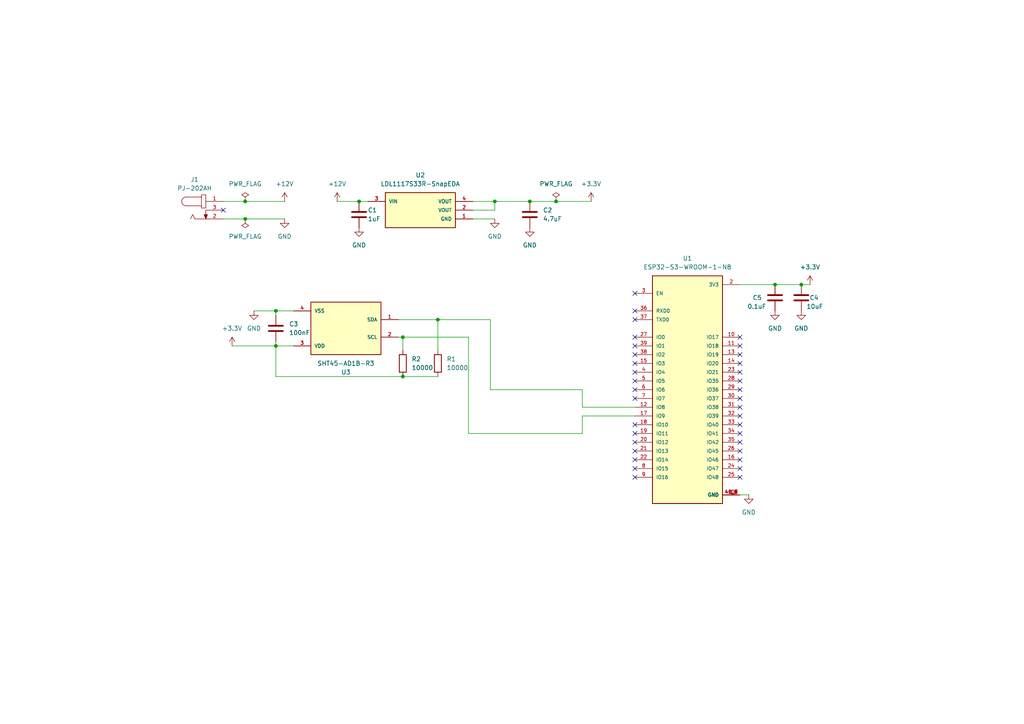
<source format=kicad_sch>
(kicad_sch (version 20230121) (generator eeschema)
  (paper "A4")
  (lib_symbols
    (symbol "Device:C" (pin_numbers hide) (pin_names (offset 0.254))
      (property "Reference" "C" (at 0.635 2.54 0))
      (property "Value" "C" (at 0.635 -2.54 0))
      (symbol "C_0_1"
        (polyline (pts (xy -2.032 -0.762) (xy 2.032 -0.762)) (stroke (width 0.508)))
        (polyline (pts (xy -2.032 0.762) (xy 2.032 0.762)) (stroke (width 0.508)))
      )
      (symbol "C_1_1"
        (pin passive line (at 0 3.81 270) (length 2.794) (name "~") (number "1"))
        (pin passive line (at 0 -3.81 90) (length 2.794) (name "~") (number "2"))
      )
    )
    (symbol "Device:R" (pin_numbers hide) (pin_names (offset 0))
      (property "Reference" "R" (at 2.032 0 90))
      (property "Value" "R" (at 0 0 90))
      (symbol "R_0_1"
        (rectangle (start -1.016 -2.54) (end 1.016 2.54) (stroke (width 0.254)))
      )
      (symbol "R_1_1"
        (pin passive line (at 0 3.81 270) (length 1.27) (name "~") (number "1"))
        (pin passive line (at 0 -3.81 90) (length 1.27) (name "~") (number "2"))
      )
    )
    (symbol "ECE445:ESP32-S3-WROOM-1-N8" (pin_names (offset 1.016))
      (property "Reference" "U" (at -10.16 31.5722 0))
      (property "Value" "ESP32-S3-WROOM-1-N8" (at -10.16 -38.1 0))
      (symbol "ESP32-S3-WROOM-1-N8_0_0"
        (rectangle (start -10.16 30.48) (end 10.16 -35.56) (stroke (width 0.254)) (fill (type background)))
        (pin power_in line (at 15.24 -33.02 180) (length 5.08) (name "GND") (number "1"))
        (pin bidirectional line (at 15.24 12.7 180) (length 5.08) (name "IO17") (number "10"))
        (pin bidirectional line (at 15.24 10.16 180) (length 5.08) (name "IO18") (number "11"))
        (pin bidirectional line (at -15.24 -7.62 0) (length 5.08) (name "IO8") (number "12"))
        (pin bidirectional line (at 15.24 7.62 180) (length 5.08) (name "IO19") (number "13"))
        (pin bidirectional line (at 15.24 5.08 180) (length 5.08) (name "IO20") (number "14"))
        (pin bidirectional line (at -15.24 5.08 0) (length 5.08) (name "IO3") (number "15"))
        (pin bidirectional line (at 15.24 -22.86 180) (length 5.08) (name "IO46") (number "16"))
        (pin bidirectional line (at -15.24 -10.16 0) (length 5.08) (name "IO9") (number "17"))
        (pin bidirectional line (at -15.24 -12.7 0) (length 5.08) (name "IO10") (number "18"))
        (pin bidirectional line (at -15.24 -15.24 0) (length 5.08) (name "IO11") (number "19"))
        (pin power_in line (at 15.24 27.94 180) (length 5.08) (name "3V3") (number "2"))
        (pin bidirectional line (at -15.24 -17.78 0) (length 5.08) (name "IO12") (number "20"))
        (pin bidirectional line (at -15.24 -20.32 0) (length 5.08) (name "IO13") (number "21"))
        (pin bidirectional line (at -15.24 -22.86 0) (length 5.08) (name "IO14") (number "22"))
        (pin bidirectional line (at 15.24 2.54 180) (length 5.08) (name "IO21") (number "23"))
        (pin bidirectional line (at 15.24 -25.4 180) (length 5.08) (name "IO47") (number "24"))
        (pin bidirectional line (at 15.24 -27.94 180) (length 5.08) (name "IO48") (number "25"))
        (pin bidirectional line (at 15.24 -20.32 180) (length 5.08) (name "IO45") (number "26"))
        (pin bidirectional line (at -15.24 12.7 0) (length 5.08) (name "IO0") (number "27"))
        (pin bidirectional line (at 15.24 0 180) (length 5.08) (name "IO35") (number "28"))
        (pin bidirectional line (at 15.24 -2.54 180) (length 5.08) (name "IO36") (number "29"))
        (pin input line (at -15.24 25.4 0) (length 5.08) (name "EN") (number "3"))
        (pin bidirectional line (at 15.24 -5.08 180) (length 5.08) (name "IO37") (number "30"))
        (pin bidirectional line (at 15.24 -7.62 180) (length 5.08) (name "IO38") (number "31"))
        (pin bidirectional line (at 15.24 -10.16 180) (length 5.08) (name "IO39") (number "32"))
        (pin bidirectional line (at 15.24 -12.7 180) (length 5.08) (name "IO40") (number "33"))
        (pin bidirectional line (at 15.24 -15.24 180) (length 5.08) (name "IO41") (number "34"))
        (pin bidirectional line (at 15.24 -17.78 180) (length 5.08) (name "IO42") (number "35"))
        (pin bidirectional line (at -15.24 20.32 0) (length 5.08) (name "RXD0") (number "36"))
        (pin bidirectional line (at -15.24 17.78 0) (length 5.08) (name "TXD0") (number "37"))
        (pin bidirectional line (at -15.24 7.62 0) (length 5.08) (name "IO2") (number "38"))
        (pin bidirectional line (at -15.24 10.16 0) (length 5.08) (name "IO1") (number "39"))
        (pin bidirectional line (at -15.24 2.54 0) (length 5.08) (name "IO4") (number "4"))
        (pin power_in line (at 15.24 -33.02 180) (length 5.08) (name "GND") (number "40"))
        (pin power_in line (at 15.24 -33.02 180) (length 5.08) (name "GND") (number "41_1"))
        (pin power_in line (at 15.24 -33.02 180) (length 5.08) (name "GND") (number "41_2"))
        (pin power_in line (at 15.24 -33.02 180) (length 5.08) (name "GND") (number "41_3"))
        (pin power_in line (at 15.24 -33.02 180) (length 5.08) (name "GND") (number "41_4"))
        (pin power_in line (at 15.24 -33.02 180) (length 5.08) (name "GND") (number "41_5"))
        (pin power_in line (at 15.24 -33.02 180) (length 5.08) (name "GND") (number "41_6"))
        (pin power_in line (at 15.24 -33.02 180) (length 5.08) (name "GND") (number "41_7"))
        (pin power_in line (at 15.24 -33.02 180) (length 5.08) (name "GND") (number "41_8"))
        (pin power_in line (at 15.24 -33.02 180) (length 5.08) (name "GND") (number "41_9"))
        (pin bidirectional line (at -15.24 0 0) (length 5.08) (name "IO5") (number "5"))
        (pin bidirectional line (at -15.24 -2.54 0) (length 5.08) (name "IO6") (number "6"))
        (pin bidirectional line (at -15.24 -5.08 0) (length 5.08) (name "IO7") (number "7"))
        (pin bidirectional line (at -15.24 -25.4 0) (length 5.08) (name "IO15") (number "8"))
        (pin bidirectional line (at -15.24 -27.94 0) (length 5.08) (name "IO16") (number "9"))
      )
    )
    (symbol "ECE445:LDL1117S33R-SnapEDA" (pin_names (offset 1.016))
      (property "Reference" "U" (at -10.16 7.62 0))
      (property "Value" "LDL1117S33R-SnapEDA" (at -10.16 -10.16 0))
      (symbol "LDL1117S33R-SnapEDA_0_0"
        (rectangle (start -10.16 5.08) (end 10.16 -5.08) (stroke (width 0.254)) (fill (type background)))
        (pin power_in line (at 15.24 -2.54 180) (length 5.08) (name "GND") (number "1"))
        (pin input line (at -15.24 2.54 0) (length 5.08) (name "VIN") (number "3"))
      )
      (symbol "LDL1117S33R-SnapEDA_1_0"
        (pin power_out line (at 15.24 0 180) (length 5.08) (name "VOUT") (number "2"))
        (pin power_out line (at 15.24 2.54 180) (length 5.08) (name "VOUT") (number "4"))
      )
    )
    (symbol "ECE445:PJ-202AH" (pin_names (offset 1.016))
      (property "Reference" "J" (at -7.6202 5.0801 0))
      (property "Value" "PJ-202AH" (at -7.6203 -5.0802 0))
      (symbol "PJ-202AH_0_0"
        (arc (start -5.715 3.81) (mid -6.9795 2.54) (end -5.715 1.27) (stroke (width 0.1524)))
        (polyline (pts (xy -5.715 3.81) (xy -1.27 3.81)) (stroke (width 0.1524)))
        (polyline (pts (xy -3.81 -1.27) (xy -4.445 -2.54)) (stroke (width 0.1524)))
        (polyline (pts (xy -3.175 -2.54) (xy -3.81 -1.27)) (stroke (width 0.1524)))
        (polyline (pts (xy -1.27 0.635) (xy 0 0.635)) (stroke (width 0.1524)))
        (polyline (pts (xy -1.27 1.27) (xy -5.715 1.27)) (stroke (width 0.1524)))
        (polyline (pts (xy -1.27 1.27) (xy -1.27 0.635)) (stroke (width 0.1524)))
        (polyline (pts (xy -1.27 3.81) (xy -1.27 1.27)) (stroke (width 0.1524)))
        (polyline (pts (xy -1.27 4.445) (xy -1.27 3.81)) (stroke (width 0.1524)))
        (polyline (pts (xy 0 -2.54) (xy -3.175 -2.54)) (stroke (width 0.1524)))
        (polyline (pts (xy 0 0) (xy 0 -2.54)) (stroke (width 0.1524)))
        (polyline (pts (xy 0 0.635) (xy 0 4.445)) (stroke (width 0.1524)))
        (polyline (pts (xy 0 4.445) (xy -1.27 4.445)) (stroke (width 0.1524)))
        (polyline (pts (xy 0 -2.54) (xy -0.508 -1.27) (xy 0.508 -1.27) (xy 0 -2.54)) (stroke (width 0.1524)) (fill (type outline)))
        (pin passive line (at 5.08 2.54 180) (length 5.08) (name "~") (number "1"))
        (pin passive line (at 5.08 -2.54 180) (length 5.08) (name "~") (number "2"))
        (pin passive line (at 5.08 0 180) (length 5.08) (name "~") (number "3"))
      )
    )
    (symbol "ECE445:SHT45-AD1B-R3" (pin_names (offset 1.016))
      (property "Reference" "U" (at -10.16 8.89 0))
      (property "Value" "SHT45-AD1B-R3" (at -10.16 -10.16 0))
      (symbol "SHT45-AD1B-R3_0_0"
        (rectangle (start -10.16 -7.62) (end 10.16 7.62) (stroke (width 0.254)) (fill (type background)))
        (pin bidirectional line (at -15.24 -2.54 0) (length 5.08) (name "SDA") (number "1"))
        (pin input line (at -15.24 2.54 0) (length 5.08) (name "SCL") (number "2"))
        (pin power_in line (at 15.24 5.08 180) (length 5.08) (name "VDD") (number "3"))
        (pin power_in line (at 15.24 -5.08 180) (length 5.08) (name "VSS") (number "4"))
      )
    )
    (symbol "power:+12V" (power) (pin_names (offset 0))
      (property "Value" "+12V" (at 0 3.556 0))
      (symbol "+12V_0_1"
        (polyline (pts (xy -0.762 1.27) (xy 0 2.54)))
        (polyline (pts (xy 0 0) (xy 0 2.54)))
        (polyline (pts (xy 0 2.54) (xy 0.762 1.27)))
      )
      (symbol "+12V_1_1"
        (pin power_in line (at 0 0 90) (length 0) hide (name "+12V") (number "1"))
      )
    )
    (symbol "power:+3.3V" (power) (pin_names (offset 0))
      (property "Value" "+3.3V" (at 0 3.556 0))
      (symbol "+3.3V_0_1"
        (polyline (pts (xy -0.762 1.27) (xy 0 2.54)))
        (polyline (pts (xy 0 0) (xy 0 2.54)))
        (polyline (pts (xy 0 2.54) (xy 0.762 1.27)))
      )
      (symbol "+3.3V_1_1"
        (pin power_in line (at 0 0 90) (length 0) hide (name "+3.3V") (number "1"))
      )
    )
    (symbol "power:GND" (power) (pin_names (offset 0))
      (property "Value" "GND" (at 0 -3.81 0))
      (symbol "GND_0_1"
        (polyline (pts (xy 0 0) (xy 0 -1.27) (xy 1.27 -1.27) (xy 0 -2.54) (xy -1.27 -1.27) (xy 0 -1.27)))
      )
      (symbol "GND_1_1"
        (pin power_in line (at 0 0 270) (length 0) hide (name "GND") (number "1"))
      )
    )
    (symbol "power:PWR_FLAG" (power) (pin_numbers hide) (pin_names (offset 0) hide)
      (property "Value" "PWR_FLAG" (at 0 3.81 0))
      (symbol "PWR_FLAG_0_0"
        (pin power_out line (at 0 0 90) (length 0) (name "pwr") (number "1"))
      )
      (symbol "PWR_FLAG_0_1"
        (polyline (pts (xy 0 0) (xy 0 1.27) (xy -1.016 1.905) (xy 0 2.54) (xy 1.016 1.905) (xy 0 1.27)))
      )
    )
  )
  (junction (at 80.01 100.33))
  (junction (at 127 92.71))
  (junction (at 224.79 82.55))
  (junction (at 153.67 58.42))
  (junction (at 116.84 109.22))
  (junction (at 104.14 58.42))
  (junction (at 232.41 82.55))
  (junction (at 143.51 58.42))
  (junction (at 71.12 58.42))
  (junction (at 161.29 58.42))
  (junction (at 80.01 90.17))
  (junction (at 71.12 63.5))
  (junction (at 116.84 97.79))
  (no_connect (at 214.63 105.41))
  (no_connect (at 184.15 102.87))
  (no_connect (at 214.63 97.79))
  (no_connect (at 214.63 138.43))
  (no_connect (at 184.15 85.09))
  (no_connect (at 214.63 123.19))
  (no_connect (at 184.15 138.43))
  (no_connect (at 184.15 125.73))
  (no_connect (at 184.15 105.41))
  (no_connect (at 184.15 130.81))
  (no_connect (at 214.63 120.65))
  (no_connect (at 64.77 60.96))
  (no_connect (at 184.15 115.57))
  (no_connect (at 184.15 110.49))
  (no_connect (at 214.63 100.33))
  (no_connect (at 214.63 128.27))
  (no_connect (at 184.15 90.17))
  (no_connect (at 214.63 107.95))
  (no_connect (at 184.15 123.19))
  (no_connect (at 214.63 102.87))
  (no_connect (at 184.15 92.71))
  (no_connect (at 214.63 113.03))
  (no_connect (at 214.63 125.73))
  (no_connect (at 214.63 115.57))
  (no_connect (at 214.63 135.89))
  (no_connect (at 184.15 135.89))
  (no_connect (at 184.15 133.35))
  (no_connect (at 214.63 118.11))
  (no_connect (at 214.63 110.49))
  (no_connect (at 184.15 100.33))
  (no_connect (at 184.15 107.95))
  (no_connect (at 214.63 133.35))
  (no_connect (at 214.63 130.81))
  (no_connect (at 184.15 97.79))
  (no_connect (at 184.15 113.03))
  (no_connect (at 184.15 128.27))
  (wire (pts (xy 137.16 58.42) (xy 143.51 58.42)))
  (wire (pts (xy 116.84 97.79) (xy 135.89 97.79)))
  (wire (pts (xy 161.29 58.42) (xy 171.45 58.42)))
  (wire (pts (xy 80.01 99.06) (xy 80.01 100.33)))
  (wire (pts (xy 104.14 58.42) (xy 106.68 58.42)))
  (wire (pts (xy 115.57 97.79) (xy 116.84 97.79)))
  (wire (pts (xy 97.79 58.42) (xy 104.14 58.42)))
  (wire (pts (xy 64.77 63.5) (xy 71.12 63.5)))
  (wire (pts (xy 143.51 58.42) (xy 153.67 58.42)))
  (wire (pts (xy 168.91 118.11) (xy 184.15 118.11)))
  (wire (pts (xy 80.01 90.17) (xy 80.01 91.44)))
  (wire (pts (xy 127 92.71) (xy 115.57 92.71)))
  (wire (pts (xy 234.95 82.55) (xy 232.41 82.55)))
  (wire (pts (xy 142.24 92.71) (xy 127 92.71)))
  (wire (pts (xy 64.77 58.42) (xy 71.12 58.42)))
  (wire (pts (xy 168.91 120.65) (xy 184.15 120.65)))
  (wire (pts (xy 232.41 82.55) (xy 224.79 82.55)))
  (wire (pts (xy 137.16 60.96) (xy 143.51 60.96)))
  (wire (pts (xy 135.89 125.73) (xy 135.89 97.79)))
  (wire (pts (xy 71.12 63.5) (xy 82.55 63.5)))
  (wire (pts (xy 73.66 90.17) (xy 80.01 90.17)))
  (wire (pts (xy 116.84 97.79) (xy 116.84 101.6)))
  (wire (pts (xy 135.89 125.73) (xy 168.91 125.73)))
  (wire (pts (xy 137.16 63.5) (xy 143.51 63.5)))
  (wire (pts (xy 71.12 58.42) (xy 82.55 58.42)))
  (wire (pts (xy 116.84 109.22) (xy 127 109.22)))
  (wire (pts (xy 143.51 60.96) (xy 143.51 58.42)))
  (wire (pts (xy 153.67 58.42) (xy 161.29 58.42)))
  (wire (pts (xy 127 92.71) (xy 127 101.6)))
  (wire (pts (xy 80.01 100.33) (xy 85.09 100.33)))
  (wire (pts (xy 116.84 109.22) (xy 80.01 109.22)))
  (wire (pts (xy 142.24 113.03) (xy 142.24 92.71)))
  (wire (pts (xy 142.24 113.03) (xy 168.91 113.03)))
  (wire (pts (xy 168.91 125.73) (xy 168.91 120.65)))
  (wire (pts (xy 168.91 113.03) (xy 168.91 118.11)))
  (wire (pts (xy 80.01 90.17) (xy 85.09 90.17)))
  (wire (pts (xy 80.01 109.22) (xy 80.01 100.33)))
  (wire (pts (xy 217.17 143.51) (xy 214.63 143.51)))
  (wire (pts (xy 224.79 82.55) (xy 214.63 82.55)))
  (wire (pts (xy 67.31 100.33) (xy 80.01 100.33)))
  (symbol (lib_id "power:GND") (at 224.79 90.17 0) (mirror y) (unit 1)
    (property "Reference" "#PWR014" (effects hide))
    (property "Value" "GND" (at 224.79 95.25 0))
  )
  (symbol (lib_id "Device:R") (at 127 105.41 0) (unit 1)
    (property "Reference" "R1" (at 129.54 104.14 0) (effects (justify left)))
    (property "Value" "10000" (at 129.54 106.68 0) (effects (justify left)))
  )
  (symbol (lib_id "power:PWR_FLAG") (at 71.12 58.42 0) (unit 1)
    (property "Reference" "#FLG01" (effects hide))
    (property "Value" "PWR_FLAG" (at 71.12 53.34 0))
  )
  (symbol (lib_id "power:PWR_FLAG") (at 161.29 58.42 0) (unit 1)
    (property "Reference" "#FLG03" (effects hide))
    (property "Value" "PWR_FLAG" (at 161.29 53.34 0))
  )
  (symbol (lib_id "Device:C") (at 153.67 62.23 0) (unit 1)
    (property "Reference" "C2" (at 157.48 60.96 0) (effects (justify left)))
    (property "Value" "4.7uF" (at 157.48 63.5 0) (effects (justify left)))
  )
  (symbol (lib_id "power:+12V") (at 82.55 58.42 0) (unit 1)
    (property "Reference" "#PWR01" (effects hide))
    (property "Value" "+12V" (at 82.55 53.34 0))
  )
  (symbol (lib_id "ECE445:ESP32-S3-WROOM-1-N8") (at 199.39 110.49 0) (unit 1)
    (property "Reference" "U1" (at 199.39 74.93 0))
    (property "Value" "ESP32-S3-WROOM-1-N8" (at 199.39 77.47 0))
    (property "Footprint" "ESP32-S3-WROOM-1-N8:XCVR_ESP32-S3-WROOM-1-N8" (effects hide))
    (property "DigiKey_Part_Number" "1965-ESP32-S3-WROOM-1-N8TR-ND" (effects hide))
    (property "MF" "Espressif Systems" (effects hide))
    (property "DESCRIPTION" "Bluetooth, WiFi 802.11b/g/n, Bluetooth v5.0 Transceiver Module 2.4GHz PCB Trace Surface Mount" (effects hide))
    (property "PACKAGE" "None" (effects hide))
    (property "PRICE" "None" (effects hide))
    (property "Package" "NON STANDARD Espressif Systems" (effects hide))
    (property "Check_prices" "https://www.snapeda.com/parts/ESP32-S3-WROOM-1-N8/Espressif+Systems/view-part/?ref=eda" (effects hide))
    (property "SnapEDA_Link" "https://www.snapeda.com/parts/ESP32-S3-WROOM-1-N8/Espressif+Systems/view-part/?ref=snap" (effects hide))
    (property "MP" "ESP32-S3-WROOM-1-N8" (effects hide))
    (property "Purchase-URL" "https://www.snapeda.com/api/url_track_click_mouser/?unipart_id=11020927&manufacturer=Espressif Systems&part_name=ESP32-S3-WROOM-1-N8&search_term=None" (effects hide))
    (property "Description" "\nWiFi 802.11a/b/g/n, Bluetooth v5.0 Transceiver Module 2.4GHz Antenna Not Included -\n" (effects hide))
    (property "AVAILABILITY" "In Stock" (effects hide))
    (property "PURCHASE-URL" "https://pricing.snapeda.com/search/part/ESP32-S3-WROOM-1-N8R8/?ref=eda" (effects hide))
  )
  (symbol (lib_id "power:GND") (at 143.51 63.5 0) (unit 1)
    (property "Reference" "#PWR04" (effects hide))
    (property "Value" "GND" (at 143.51 68.58 0))
  )
  (symbol (lib_id "power:GND") (at 104.14 66.04 0) (unit 1)
    (property "Reference" "#PWR012" (effects hide))
    (property "Value" "GND" (at 104.14 71.12 0))
  )
  (symbol (lib_id "Device:C") (at 224.79 86.36 0) (mirror y) (unit 1)
    (property "Reference" "C5" (at 220.98 86.36 0) (effects (justify left)))
    (property "Value" "0.1uF" (at 222.25 88.9 0) (effects (justify left)))
  )
  (symbol (lib_id "power:+3.3V") (at 67.31 100.33 0) (unit 1)
    (property "Reference" "#PWR06" (effects hide))
    (property "Value" "+3.3V" (at 67.31 95.25 0))
  )
  (symbol (lib_id "power:+3.3V") (at 171.45 58.42 0) (unit 1)
    (property "Reference" "#PWR05" (effects hide))
    (property "Value" "+3.3V" (at 171.45 53.34 0))
  )
  (symbol (lib_id "power:GND") (at 73.66 90.17 0) (unit 1)
    (property "Reference" "#PWR08" (effects hide))
    (property "Value" "GND" (at 73.66 95.25 0))
  )
  (symbol (lib_id "power:GND") (at 82.55 63.5 0) (unit 1)
    (property "Reference" "#PWR03" (effects hide))
    (property "Value" "GND" (at 82.55 68.58 0))
  )
  (symbol (lib_id "Device:C") (at 104.14 62.23 0) (unit 1)
    (property "Reference" "C1" (at 106.68 60.96 0) (effects (justify left)))
    (property "Value" "1uF" (at 106.68 63.5 0) (effects (justify left)))
  )
  (symbol (lib_id "ECE445:SHT45-AD1B-R3") (at 100.33 95.25 180) (unit 1)
    (property "Reference" "U3" (at 100.33 107.95 0))
    (property "Value" "SHT45-AD1B-R3" (at 100.33 105.41 0))
    (property "Footprint" "SHT45-AD1B-R3:SHT4X" (effects hide))
  )
  (symbol (lib_id "power:+12V") (at 97.79 58.42 0) (unit 1)
    (property "Reference" "#PWR02" (effects hide))
    (property "Value" "+12V" (at 97.79 53.34 0))
  )
  (symbol (lib_id "power:+3.3V") (at 234.95 82.55 0) (mirror y) (unit 1)
    (property "Reference" "#PWR07" (effects hide))
    (property "Value" "+3.3V" (at 234.95 77.47 0))
  )
  (symbol (lib_id "power:GND") (at 217.17 143.51 0) (unit 1)
    (property "Reference" "#PWR09" (effects hide))
    (property "Value" "GND" (at 217.17 148.59 0))
  )
  (symbol (lib_id "Device:C") (at 80.01 95.25 0) (unit 1)
    (property "Reference" "C3" (at 83.82 93.98 0) (effects (justify left)))
    (property "Value" "100nF" (at 83.82 96.52 0) (effects (justify left)))
  )
  (symbol (lib_id "power:GND") (at 153.67 66.04 0) (unit 1)
    (property "Reference" "#PWR011" (effects hide))
    (property "Value" "GND" (at 153.67 71.12 0))
  )
  (symbol (lib_id "ECE445:LDL1117S33R-SnapEDA") (at 121.92 60.96 0) (unit 1)
    (property "Reference" "U2" (at 121.92 50.8 0))
    (property "Value" "LDL1117S33R-SnapEDA" (at 121.92 53.34 0))
    (property "Footprint" "LDL1117S33R:SOT230P700X180-4N" (effects hide))
    (property "DigiKey_Part_Number" "497-17239-2-ND" (effects hide))
    (property "MF" "STMicroelectronics" (effects hide))
    (property "MAXIMUM_PACKAGE_HEIGHT" "1.8 mm" (effects hide))
    (property "Package" "SOT-223 STMicroelectronics" (effects hide))
    (property "Check_prices" "https://www.snapeda.com/parts/LDL1117S33R/STMicroelectronics/view-part/?ref=eda" (effects hide))
    (property "STANDARD" "IPC 7351B" (effects hide))
    (property "PARTREV" "7" (effects hide))
    (property "SnapEDA_Link" "https://www.snapeda.com/parts/LDL1117S33R/STMicroelectronics/view-part/?ref=snap" (effects hide))
    (property "MP" "LDL1117S33R" (effects hide))
    (property "Purchase-URL" "https://www.snapeda.com/api/url_track_click_mouser/?unipart_id=865632&manufacturer=STMicroelectronics&part_name=LDL1117S33R&search_term=ldl1117s33r" (effects hide))
    (property "Description" "\nLinear Voltage Regulator IC Positive Fixed 1 Output 1.2A SOT-223\n" (effects hide))
    (property "SNAPEDA_PN" "LDL1117S33R" (effects hide))
    (property "MANUFACTURER" "STMicroelectronics" (effects hide))
  )
  (symbol (lib_id "ECE445:PJ-202AH") (at 59.69 60.96 0) (unit 1)
    (property "Reference" "J1" (at 56.4542 52.07 0))
    (property "Value" "PJ-202AH" (at 56.4542 54.61 0))
    (property "Footprint" "PJ-202AH:CUI_PJ-202AH" (effects hide))
    (property "STANDARD" "Manufacturer recommendations" (effects hide))
    (property "PART_REV" "1.02" (effects hide))
    (property "MANUFACTURER" "CUI INC" (effects hide))
  )
  (symbol (lib_id "Device:R") (at 116.84 105.41 0) (unit 1)
    (property "Reference" "R2" (at 119.38 104.14 0) (effects (justify left)))
    (property "Value" "10000" (at 119.38 106.68 0) (effects (justify left)))
  )
  (symbol (lib_id "power:GND") (at 232.41 90.17 0) (mirror y) (unit 1)
    (property "Reference" "#PWR013" (effects hide))
    (property "Value" "GND" (at 232.41 95.25 0))
  )
  (symbol (lib_id "Device:C") (at 232.41 86.36 0) (mirror y) (unit 1)
    (property "Reference" "C4" (at 237.49 86.36 0) (effects (justify left)))
    (property "Value" "10uF" (at 238.76 88.9 0) (effects (justify left)))
  )
  (symbol (lib_id "power:PWR_FLAG") (at 71.12 63.5 180) (unit 1)
    (property "Reference" "#FLG02" (effects hide))
    (property "Value" "PWR_FLAG" (at 71.12 68.58 0))
  )
)
</source>
